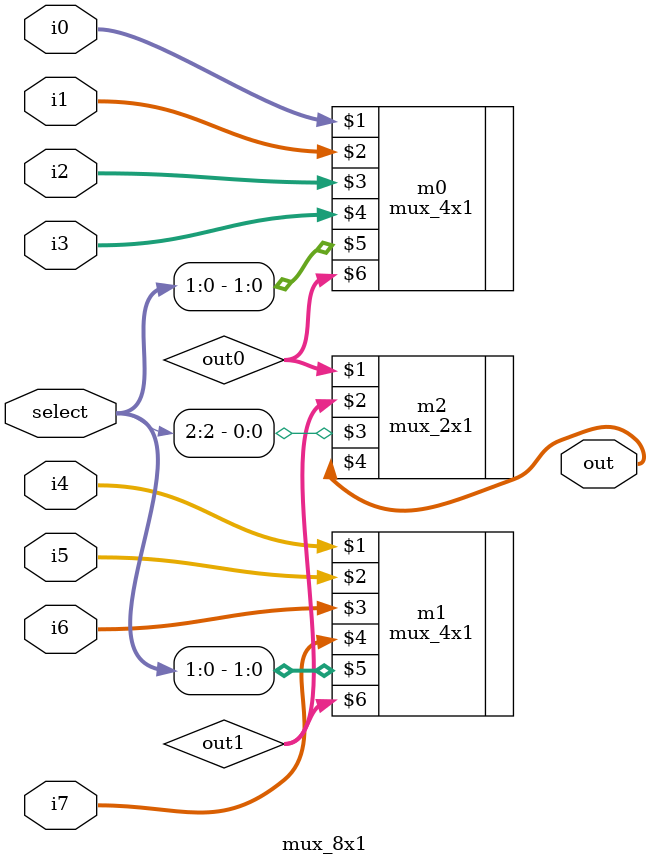
<source format=v>
/***************************************************
* 64 bit 8X1 MUX program
* January 5, 2019
****************************************************/

`include "mux_4x1.v"

module mux_8x1(i0, i1, i2, i3, i4, i5, i6, i7, select, out);
	
input [63:0] i0, i1, i2, i3, i4, i5, i6, i7;
input[2:0] select;
output [63:0] out;
wire[63:0] out0, out1;

mux_4x1 m0(i0, i1, i2, i3, select[1:0], out0);
mux_4x1 m1(i4, i5, i6, i7, select[1:0], out1);

mux_2x1 m2(out0, out1, select[2], out);
	
endmodule


</source>
